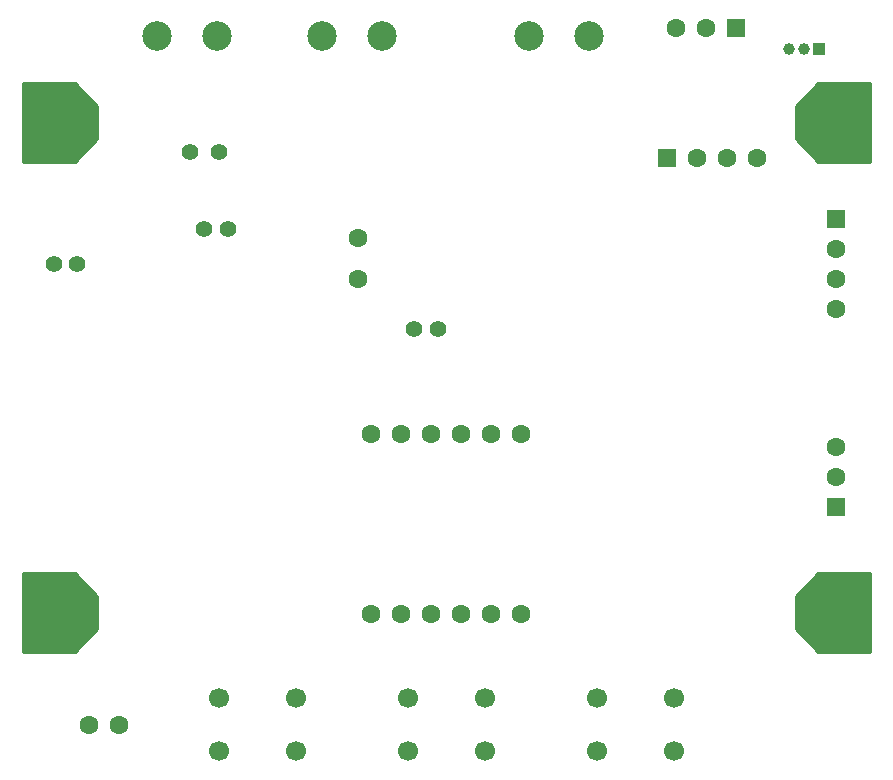
<source format=gbs>
%TF.GenerationSoftware,KiCad,Pcbnew,(5.1.12)-1*%
%TF.CreationDate,2022-05-11T19:33:38+09:00*%
%TF.ProjectId,RailcomSwitchChanger,5261696c-636f-46d5-9377-697463684368,rev?*%
%TF.SameCoordinates,PX632ea00PY7459280*%
%TF.FileFunction,Soldermask,Bot*%
%TF.FilePolarity,Negative*%
%FSLAX46Y46*%
G04 Gerber Fmt 4.6, Leading zero omitted, Abs format (unit mm)*
G04 Created by KiCad (PCBNEW (5.1.12)-1) date 2022-05-11 19:33:38*
%MOMM*%
%LPD*%
G01*
G04 APERTURE LIST*
%ADD10C,1.400000*%
%ADD11C,1.600000*%
%ADD12C,3.200000*%
%ADD13C,2.500000*%
%ADD14R,1.600000X1.600000*%
%ADD15R,1.600000X1.524000*%
%ADD16R,1.524000X1.600000*%
%ADD17C,1.700000*%
%ADD18R,1.000000X1.000000*%
%ADD19C,1.000000*%
%ADD20C,0.250000*%
%ADD21C,0.100000*%
G04 APERTURE END LIST*
D10*
%TO.C,C1*%
X16750000Y54500000D03*
X14250000Y54500000D03*
%TD*%
%TO.C,C2*%
X2750000Y45000000D03*
X4750000Y45000000D03*
%TD*%
%TO.C,C3*%
X17500000Y48000000D03*
X15500000Y48000000D03*
%TD*%
%TO.C,C14*%
X35250000Y39500000D03*
X33250000Y39500000D03*
%TD*%
D11*
%TO.C,D15*%
X29650000Y15380000D03*
X32190000Y15380000D03*
X34730000Y15380000D03*
X37270000Y15380000D03*
X39810000Y15380000D03*
X42350000Y15380000D03*
X42350000Y30620000D03*
X39810000Y30620000D03*
X37270000Y30620000D03*
X34730000Y30620000D03*
X32190000Y30620000D03*
X29650000Y30620000D03*
%TD*%
D12*
%TO.C,H1*%
X3000000Y15500000D03*
%TD*%
%TO.C,H2*%
X69000000Y57000000D03*
%TD*%
%TO.C,H3*%
X3000000Y57000000D03*
%TD*%
%TO.C,H4*%
X69000000Y15500000D03*
%TD*%
D13*
%TO.C,J1*%
X16540000Y64350000D03*
X11460000Y64350000D03*
%TD*%
%TO.C,J2*%
X30540000Y64350000D03*
X25460000Y64350000D03*
%TD*%
D14*
%TO.C,J11*%
X69000000Y24460000D03*
D11*
X69000000Y27000000D03*
X69000000Y29540000D03*
%TD*%
%TO.C,J12*%
X62310000Y54000000D03*
X59770000Y54000000D03*
X57230000Y54000000D03*
D15*
X54690000Y54000000D03*
%TD*%
D11*
%TO.C,J13*%
X8270000Y6000000D03*
X5730000Y6000000D03*
%TD*%
D13*
%TO.C,J14*%
X48040000Y64350000D03*
X42960000Y64350000D03*
%TD*%
D11*
%TO.C,J15*%
X69000000Y41190000D03*
X69000000Y43730000D03*
X69000000Y46270000D03*
D16*
X69000000Y48810000D03*
%TD*%
D17*
%TO.C,SW1*%
X16750000Y8250000D03*
X23250000Y8250000D03*
X16750000Y3750000D03*
X23250000Y3750000D03*
%TD*%
%TO.C,SW2*%
X39250000Y3750000D03*
X32750000Y3750000D03*
X39250000Y8250000D03*
X32750000Y8250000D03*
%TD*%
%TO.C,SW3*%
X48750000Y8250000D03*
X55250000Y8250000D03*
X48750000Y3750000D03*
X55250000Y3750000D03*
%TD*%
D11*
%TO.C,C12*%
X28500000Y47250000D03*
X28500000Y43750000D03*
%TD*%
D14*
%TO.C,J16*%
X60540000Y65000000D03*
D11*
X58000000Y65000000D03*
X55460000Y65000000D03*
%TD*%
D18*
%TO.C,J17*%
X67500000Y63250000D03*
D19*
X66250000Y63250000D03*
X65000000Y63250000D03*
%TD*%
D20*
X71766032Y60359417D02*
X71822012Y60322012D01*
X71859417Y60266032D01*
X71875000Y60187690D01*
X71875000Y53812310D01*
X71859417Y53733968D01*
X71822012Y53677988D01*
X71766032Y53640583D01*
X71687690Y53625000D01*
X67636574Y53625000D01*
X67558232Y53640583D01*
X67491812Y53684964D01*
X65684964Y55491812D01*
X65640583Y55558232D01*
X65625000Y55636574D01*
X65625000Y58363426D01*
X65640583Y58441768D01*
X65684964Y58508188D01*
X67491812Y60315036D01*
X67558232Y60359417D01*
X67636574Y60375000D01*
X71687690Y60375000D01*
X71766032Y60359417D01*
D21*
G36*
X71766032Y60359417D02*
G01*
X71822012Y60322012D01*
X71859417Y60266032D01*
X71875000Y60187690D01*
X71875000Y53812310D01*
X71859417Y53733968D01*
X71822012Y53677988D01*
X71766032Y53640583D01*
X71687690Y53625000D01*
X67636574Y53625000D01*
X67558232Y53640583D01*
X67491812Y53684964D01*
X65684964Y55491812D01*
X65640583Y55558232D01*
X65625000Y55636574D01*
X65625000Y58363426D01*
X65640583Y58441768D01*
X65684964Y58508188D01*
X67491812Y60315036D01*
X67558232Y60359417D01*
X67636574Y60375000D01*
X71687690Y60375000D01*
X71766032Y60359417D01*
G37*
D20*
X4441768Y60359417D02*
X4508188Y60315036D01*
X6315036Y58508188D01*
X6359417Y58441768D01*
X6375000Y58363426D01*
X6375000Y55636574D01*
X6359417Y55558232D01*
X6315036Y55491812D01*
X4508188Y53684964D01*
X4441768Y53640583D01*
X4363426Y53625000D01*
X312310Y53625000D01*
X233968Y53640583D01*
X177988Y53677988D01*
X140583Y53733968D01*
X125000Y53812310D01*
X125000Y60187690D01*
X140583Y60266032D01*
X177988Y60322012D01*
X233968Y60359417D01*
X312310Y60375000D01*
X4363426Y60375000D01*
X4441768Y60359417D01*
D21*
G36*
X4441768Y60359417D02*
G01*
X4508188Y60315036D01*
X6315036Y58508188D01*
X6359417Y58441768D01*
X6375000Y58363426D01*
X6375000Y55636574D01*
X6359417Y55558232D01*
X6315036Y55491812D01*
X4508188Y53684964D01*
X4441768Y53640583D01*
X4363426Y53625000D01*
X312310Y53625000D01*
X233968Y53640583D01*
X177988Y53677988D01*
X140583Y53733968D01*
X125000Y53812310D01*
X125000Y60187690D01*
X140583Y60266032D01*
X177988Y60322012D01*
X233968Y60359417D01*
X312310Y60375000D01*
X4363426Y60375000D01*
X4441768Y60359417D01*
G37*
D20*
X4441768Y18859417D02*
X4508188Y18815036D01*
X6315036Y17008188D01*
X6359417Y16941768D01*
X6375000Y16863426D01*
X6375000Y14136574D01*
X6359417Y14058232D01*
X6315036Y13991812D01*
X4508188Y12184964D01*
X4441768Y12140583D01*
X4363426Y12125000D01*
X312310Y12125000D01*
X233968Y12140583D01*
X177988Y12177988D01*
X140583Y12233968D01*
X125000Y12312310D01*
X125000Y18687690D01*
X140583Y18766032D01*
X177988Y18822012D01*
X233968Y18859417D01*
X312310Y18875000D01*
X4363426Y18875000D01*
X4441768Y18859417D01*
D21*
G36*
X4441768Y18859417D02*
G01*
X4508188Y18815036D01*
X6315036Y17008188D01*
X6359417Y16941768D01*
X6375000Y16863426D01*
X6375000Y14136574D01*
X6359417Y14058232D01*
X6315036Y13991812D01*
X4508188Y12184964D01*
X4441768Y12140583D01*
X4363426Y12125000D01*
X312310Y12125000D01*
X233968Y12140583D01*
X177988Y12177988D01*
X140583Y12233968D01*
X125000Y12312310D01*
X125000Y18687690D01*
X140583Y18766032D01*
X177988Y18822012D01*
X233968Y18859417D01*
X312310Y18875000D01*
X4363426Y18875000D01*
X4441768Y18859417D01*
G37*
D20*
X71766032Y18867675D02*
X71822012Y18830270D01*
X71859417Y18774290D01*
X71875000Y18695948D01*
X71875000Y12320568D01*
X71859417Y12242226D01*
X71822012Y12186246D01*
X71766032Y12148841D01*
X71687690Y12133258D01*
X67636574Y12133258D01*
X67558232Y12148841D01*
X67491812Y12193222D01*
X65684964Y14000070D01*
X65640583Y14066490D01*
X65625000Y14144832D01*
X65625000Y16871684D01*
X65640583Y16950026D01*
X65684964Y17016446D01*
X67491812Y18823294D01*
X67558232Y18867675D01*
X67636574Y18883258D01*
X71687690Y18883258D01*
X71766032Y18867675D01*
D21*
G36*
X71766032Y18867675D02*
G01*
X71822012Y18830270D01*
X71859417Y18774290D01*
X71875000Y18695948D01*
X71875000Y12320568D01*
X71859417Y12242226D01*
X71822012Y12186246D01*
X71766032Y12148841D01*
X71687690Y12133258D01*
X67636574Y12133258D01*
X67558232Y12148841D01*
X67491812Y12193222D01*
X65684964Y14000070D01*
X65640583Y14066490D01*
X65625000Y14144832D01*
X65625000Y16871684D01*
X65640583Y16950026D01*
X65684964Y17016446D01*
X67491812Y18823294D01*
X67558232Y18867675D01*
X67636574Y18883258D01*
X71687690Y18883258D01*
X71766032Y18867675D01*
G37*
M02*

</source>
